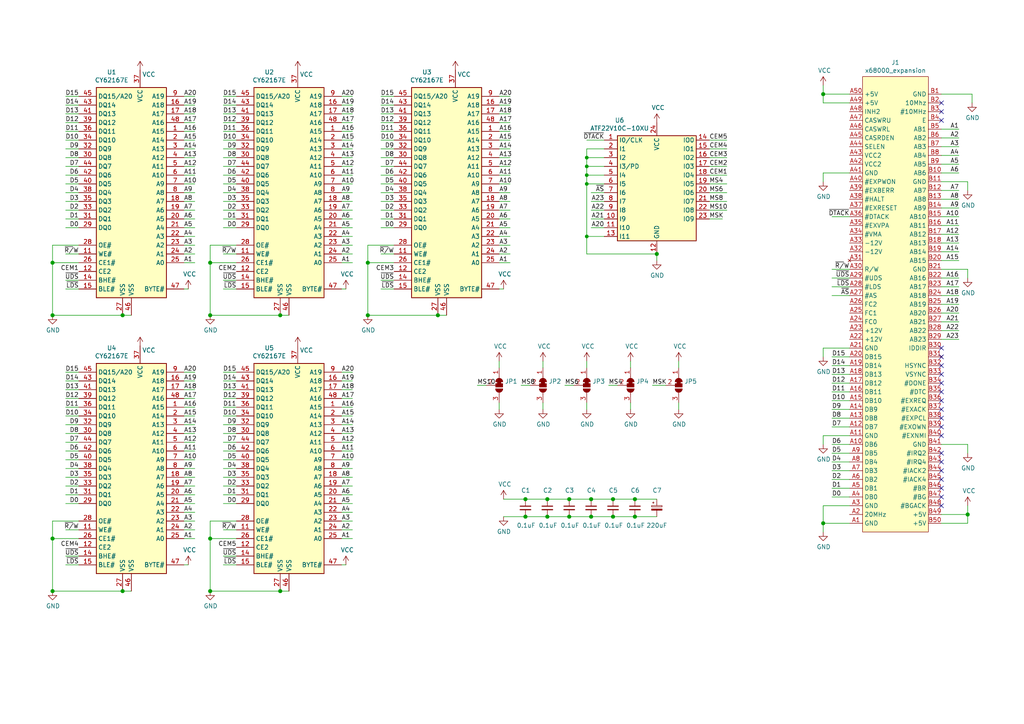
<source format=kicad_sch>
(kicad_sch (version 20210621) (generator eeschema)
  (paper "A4")
  (junction (at 15.24 76.2) (diameter 1.016))
  (junction (at 15.24 91.44) (diameter 1.016))
  (junction (at 15.24 156.21) (diameter 1.016))
  (junction (at 15.24 171.45) (diameter 1.016))
  (junction (at 35.56 91.44) (diameter 1.016))
  (junction (at 35.56 171.45) (diameter 1.016))
  (junction (at 60.96 76.2) (diameter 1.016))
  (junction (at 60.96 91.44) (diameter 1.016))
  (junction (at 60.96 156.21) (diameter 1.016))
  (junction (at 60.96 171.45) (diameter 1.016))
  (junction (at 81.28 91.44) (diameter 1.016))
  (junction (at 81.28 171.45) (diameter 1.016))
  (junction (at 106.68 76.2) (diameter 1.016))
  (junction (at 106.68 91.44) (diameter 1.016))
  (junction (at 127 91.44) (diameter 1.016))
  (junction (at 152.4 144.78) (diameter 1.016))
  (junction (at 152.4 149.86) (diameter 1.016))
  (junction (at 158.75 144.78) (diameter 1.016))
  (junction (at 158.75 149.86) (diameter 1.016))
  (junction (at 165.1 144.78) (diameter 1.016))
  (junction (at 165.1 149.86) (diameter 1.016))
  (junction (at 170.18 45.72))
  (junction (at 170.18 48.26))
  (junction (at 170.18 50.8))
  (junction (at 170.18 53.34))
  (junction (at 170.18 68.58))
  (junction (at 171.45 144.78) (diameter 1.016))
  (junction (at 171.45 149.86) (diameter 1.016))
  (junction (at 177.8 144.78) (diameter 1.016))
  (junction (at 177.8 149.86) (diameter 1.016))
  (junction (at 184.15 144.78) (diameter 1.016))
  (junction (at 184.15 149.86) (diameter 1.016))
  (junction (at 190.5 73.66) (diameter 1.016))
  (junction (at 238.76 27.305) (diameter 1.016))
  (junction (at 238.76 151.765) (diameter 1.016))
  (junction (at 280.67 149.225) (diameter 1.016))
  (no_connect (at 273.05 29.845))
  (no_connect (at 273.05 32.385))
  (no_connect (at 273.05 34.925))
  (no_connect (at 273.05 100.965))
  (no_connect (at 273.05 103.505))
  (no_connect (at 273.05 106.045))
  (no_connect (at 273.05 108.585))
  (no_connect (at 273.05 111.125))
  (no_connect (at 273.05 113.665))
  (no_connect (at 273.05 116.205))
  (no_connect (at 273.05 118.745))
  (no_connect (at 273.05 121.285))
  (no_connect (at 273.05 123.825))
  (no_connect (at 273.05 126.365))
  (no_connect (at 273.05 131.445))
  (no_connect (at 273.05 133.985))
  (no_connect (at 273.05 136.525))
  (no_connect (at 273.05 139.065))
  (no_connect (at 273.05 141.605))
  (no_connect (at 273.05 144.145))
  (no_connect (at 273.05 146.685))
  (wire (pts (xy 15.24 71.12) (xy 15.24 76.2)))
  (wire (pts (xy 15.24 76.2) (xy 15.24 91.44)))
  (wire (pts (xy 15.24 76.2) (xy 22.86 76.2)))
  (wire (pts (xy 15.24 91.44) (xy 35.56 91.44)))
  (wire (pts (xy 15.24 151.13) (xy 15.24 156.21)))
  (wire (pts (xy 15.24 156.21) (xy 15.24 171.45)))
  (wire (pts (xy 15.24 156.21) (xy 22.86 156.21)))
  (wire (pts (xy 15.24 171.45) (xy 35.56 171.45)))
  (wire (pts (xy 19.05 27.94) (xy 22.86 27.94)))
  (wire (pts (xy 19.05 30.48) (xy 22.86 30.48)))
  (wire (pts (xy 19.05 33.02) (xy 22.86 33.02)))
  (wire (pts (xy 19.05 35.56) (xy 22.86 35.56)))
  (wire (pts (xy 19.05 38.1) (xy 22.86 38.1)))
  (wire (pts (xy 19.05 40.64) (xy 22.86 40.64)))
  (wire (pts (xy 19.05 43.18) (xy 22.86 43.18)))
  (wire (pts (xy 19.05 45.72) (xy 22.86 45.72)))
  (wire (pts (xy 19.05 48.26) (xy 22.86 48.26)))
  (wire (pts (xy 19.05 50.8) (xy 22.86 50.8)))
  (wire (pts (xy 19.05 53.34) (xy 22.86 53.34)))
  (wire (pts (xy 19.05 55.88) (xy 22.86 55.88)))
  (wire (pts (xy 19.05 58.42) (xy 22.86 58.42)))
  (wire (pts (xy 19.05 60.96) (xy 22.86 60.96)))
  (wire (pts (xy 19.05 63.5) (xy 22.86 63.5)))
  (wire (pts (xy 19.05 66.04) (xy 22.86 66.04)))
  (wire (pts (xy 19.05 73.66) (xy 22.86 73.66)))
  (wire (pts (xy 19.05 81.28) (xy 22.86 81.28)))
  (wire (pts (xy 19.05 83.82) (xy 22.86 83.82)))
  (wire (pts (xy 19.05 107.95) (xy 22.86 107.95)))
  (wire (pts (xy 19.05 110.49) (xy 22.86 110.49)))
  (wire (pts (xy 19.05 113.03) (xy 22.86 113.03)))
  (wire (pts (xy 19.05 115.57) (xy 22.86 115.57)))
  (wire (pts (xy 19.05 118.11) (xy 22.86 118.11)))
  (wire (pts (xy 19.05 120.65) (xy 22.86 120.65)))
  (wire (pts (xy 19.05 123.19) (xy 22.86 123.19)))
  (wire (pts (xy 19.05 125.73) (xy 22.86 125.73)))
  (wire (pts (xy 19.05 128.27) (xy 22.86 128.27)))
  (wire (pts (xy 19.05 130.81) (xy 22.86 130.81)))
  (wire (pts (xy 19.05 133.35) (xy 22.86 133.35)))
  (wire (pts (xy 19.05 135.89) (xy 22.86 135.89)))
  (wire (pts (xy 19.05 138.43) (xy 22.86 138.43)))
  (wire (pts (xy 19.05 140.97) (xy 22.86 140.97)))
  (wire (pts (xy 19.05 143.51) (xy 22.86 143.51)))
  (wire (pts (xy 19.05 146.05) (xy 22.86 146.05)))
  (wire (pts (xy 19.05 153.67) (xy 22.86 153.67)))
  (wire (pts (xy 19.05 161.29) (xy 22.86 161.29)))
  (wire (pts (xy 19.05 163.83) (xy 22.86 163.83)))
  (wire (pts (xy 22.86 71.12) (xy 15.24 71.12)))
  (wire (pts (xy 22.86 151.13) (xy 15.24 151.13)))
  (wire (pts (xy 35.56 91.44) (xy 38.1 91.44)))
  (wire (pts (xy 35.56 171.45) (xy 38.1 171.45)))
  (wire (pts (xy 53.34 27.94) (xy 56.515 27.94)))
  (wire (pts (xy 53.34 30.48) (xy 56.515 30.48)))
  (wire (pts (xy 53.34 33.02) (xy 56.515 33.02)))
  (wire (pts (xy 53.34 35.56) (xy 56.515 35.56)))
  (wire (pts (xy 53.34 38.1) (xy 56.515 38.1)))
  (wire (pts (xy 53.34 40.64) (xy 56.515 40.64)))
  (wire (pts (xy 53.34 43.18) (xy 56.515 43.18)))
  (wire (pts (xy 53.34 45.72) (xy 56.515 45.72)))
  (wire (pts (xy 53.34 48.26) (xy 56.515 48.26)))
  (wire (pts (xy 53.34 50.8) (xy 56.515 50.8)))
  (wire (pts (xy 53.34 53.34) (xy 56.515 53.34)))
  (wire (pts (xy 53.34 55.88) (xy 56.515 55.88)))
  (wire (pts (xy 53.34 58.42) (xy 56.515 58.42)))
  (wire (pts (xy 53.34 60.96) (xy 56.515 60.96)))
  (wire (pts (xy 53.34 63.5) (xy 56.515 63.5)))
  (wire (pts (xy 53.34 66.04) (xy 56.515 66.04)))
  (wire (pts (xy 53.34 68.58) (xy 56.515 68.58)))
  (wire (pts (xy 53.34 71.12) (xy 56.515 71.12)))
  (wire (pts (xy 53.34 73.66) (xy 56.515 73.66)))
  (wire (pts (xy 53.34 76.2) (xy 56.515 76.2)))
  (wire (pts (xy 53.34 83.82) (xy 54.61 83.82)))
  (wire (pts (xy 53.34 107.95) (xy 56.515 107.95)))
  (wire (pts (xy 53.34 110.49) (xy 56.515 110.49)))
  (wire (pts (xy 53.34 113.03) (xy 56.515 113.03)))
  (wire (pts (xy 53.34 115.57) (xy 56.515 115.57)))
  (wire (pts (xy 53.34 118.11) (xy 56.515 118.11)))
  (wire (pts (xy 53.34 120.65) (xy 56.515 120.65)))
  (wire (pts (xy 53.34 123.19) (xy 56.515 123.19)))
  (wire (pts (xy 53.34 125.73) (xy 56.515 125.73)))
  (wire (pts (xy 53.34 128.27) (xy 56.515 128.27)))
  (wire (pts (xy 53.34 130.81) (xy 56.515 130.81)))
  (wire (pts (xy 53.34 133.35) (xy 56.515 133.35)))
  (wire (pts (xy 53.34 135.89) (xy 56.515 135.89)))
  (wire (pts (xy 53.34 138.43) (xy 56.515 138.43)))
  (wire (pts (xy 53.34 140.97) (xy 56.515 140.97)))
  (wire (pts (xy 53.34 143.51) (xy 56.515 143.51)))
  (wire (pts (xy 53.34 146.05) (xy 56.515 146.05)))
  (wire (pts (xy 53.34 148.59) (xy 56.515 148.59)))
  (wire (pts (xy 53.34 151.13) (xy 56.515 151.13)))
  (wire (pts (xy 53.34 153.67) (xy 56.515 153.67)))
  (wire (pts (xy 53.34 156.21) (xy 56.515 156.21)))
  (wire (pts (xy 53.34 163.83) (xy 54.61 163.83)))
  (wire (pts (xy 60.96 71.12) (xy 60.96 76.2)))
  (wire (pts (xy 60.96 76.2) (xy 60.96 91.44)))
  (wire (pts (xy 60.96 76.2) (xy 68.58 76.2)))
  (wire (pts (xy 60.96 91.44) (xy 81.28 91.44)))
  (wire (pts (xy 60.96 151.13) (xy 60.96 156.21)))
  (wire (pts (xy 60.96 156.21) (xy 60.96 171.45)))
  (wire (pts (xy 60.96 156.21) (xy 68.58 156.21)))
  (wire (pts (xy 60.96 171.45) (xy 81.28 171.45)))
  (wire (pts (xy 64.77 27.94) (xy 68.58 27.94)))
  (wire (pts (xy 64.77 30.48) (xy 68.58 30.48)))
  (wire (pts (xy 64.77 33.02) (xy 68.58 33.02)))
  (wire (pts (xy 64.77 35.56) (xy 68.58 35.56)))
  (wire (pts (xy 64.77 38.1) (xy 68.58 38.1)))
  (wire (pts (xy 64.77 40.64) (xy 68.58 40.64)))
  (wire (pts (xy 64.77 43.18) (xy 68.58 43.18)))
  (wire (pts (xy 64.77 45.72) (xy 68.58 45.72)))
  (wire (pts (xy 64.77 48.26) (xy 68.58 48.26)))
  (wire (pts (xy 64.77 50.8) (xy 68.58 50.8)))
  (wire (pts (xy 64.77 53.34) (xy 68.58 53.34)))
  (wire (pts (xy 64.77 55.88) (xy 68.58 55.88)))
  (wire (pts (xy 64.77 58.42) (xy 68.58 58.42)))
  (wire (pts (xy 64.77 60.96) (xy 68.58 60.96)))
  (wire (pts (xy 64.77 63.5) (xy 68.58 63.5)))
  (wire (pts (xy 64.77 66.04) (xy 68.58 66.04)))
  (wire (pts (xy 64.77 73.66) (xy 68.58 73.66)))
  (wire (pts (xy 64.77 81.28) (xy 68.58 81.28)))
  (wire (pts (xy 64.77 83.82) (xy 68.58 83.82)))
  (wire (pts (xy 64.77 107.95) (xy 68.58 107.95)))
  (wire (pts (xy 64.77 110.49) (xy 68.58 110.49)))
  (wire (pts (xy 64.77 113.03) (xy 68.58 113.03)))
  (wire (pts (xy 64.77 115.57) (xy 68.58 115.57)))
  (wire (pts (xy 64.77 118.11) (xy 68.58 118.11)))
  (wire (pts (xy 64.77 120.65) (xy 68.58 120.65)))
  (wire (pts (xy 64.77 123.19) (xy 68.58 123.19)))
  (wire (pts (xy 64.77 125.73) (xy 68.58 125.73)))
  (wire (pts (xy 64.77 128.27) (xy 68.58 128.27)))
  (wire (pts (xy 64.77 130.81) (xy 68.58 130.81)))
  (wire (pts (xy 64.77 133.35) (xy 68.58 133.35)))
  (wire (pts (xy 64.77 135.89) (xy 68.58 135.89)))
  (wire (pts (xy 64.77 138.43) (xy 68.58 138.43)))
  (wire (pts (xy 64.77 140.97) (xy 68.58 140.97)))
  (wire (pts (xy 64.77 143.51) (xy 68.58 143.51)))
  (wire (pts (xy 64.77 146.05) (xy 68.58 146.05)))
  (wire (pts (xy 64.77 153.67) (xy 68.58 153.67)))
  (wire (pts (xy 64.77 161.29) (xy 68.58 161.29)))
  (wire (pts (xy 64.77 163.83) (xy 68.58 163.83)))
  (wire (pts (xy 68.58 71.12) (xy 60.96 71.12)))
  (wire (pts (xy 68.58 151.13) (xy 60.96 151.13)))
  (wire (pts (xy 81.28 91.44) (xy 83.82 91.44)))
  (wire (pts (xy 81.28 171.45) (xy 83.82 171.45)))
  (wire (pts (xy 99.06 27.94) (xy 102.235 27.94)))
  (wire (pts (xy 99.06 30.48) (xy 102.235 30.48)))
  (wire (pts (xy 99.06 33.02) (xy 102.235 33.02)))
  (wire (pts (xy 99.06 35.56) (xy 102.235 35.56)))
  (wire (pts (xy 99.06 38.1) (xy 102.235 38.1)))
  (wire (pts (xy 99.06 40.64) (xy 102.235 40.64)))
  (wire (pts (xy 99.06 43.18) (xy 102.235 43.18)))
  (wire (pts (xy 99.06 45.72) (xy 102.235 45.72)))
  (wire (pts (xy 99.06 48.26) (xy 102.235 48.26)))
  (wire (pts (xy 99.06 50.8) (xy 102.235 50.8)))
  (wire (pts (xy 99.06 53.34) (xy 102.235 53.34)))
  (wire (pts (xy 99.06 55.88) (xy 102.235 55.88)))
  (wire (pts (xy 99.06 58.42) (xy 102.235 58.42)))
  (wire (pts (xy 99.06 60.96) (xy 102.235 60.96)))
  (wire (pts (xy 99.06 63.5) (xy 102.235 63.5)))
  (wire (pts (xy 99.06 66.04) (xy 102.235 66.04)))
  (wire (pts (xy 99.06 68.58) (xy 102.235 68.58)))
  (wire (pts (xy 99.06 71.12) (xy 102.235 71.12)))
  (wire (pts (xy 99.06 73.66) (xy 102.235 73.66)))
  (wire (pts (xy 99.06 76.2) (xy 102.235 76.2)))
  (wire (pts (xy 99.06 83.82) (xy 100.33 83.82)))
  (wire (pts (xy 99.06 107.95) (xy 102.235 107.95)))
  (wire (pts (xy 99.06 110.49) (xy 102.235 110.49)))
  (wire (pts (xy 99.06 113.03) (xy 102.235 113.03)))
  (wire (pts (xy 99.06 115.57) (xy 102.235 115.57)))
  (wire (pts (xy 99.06 118.11) (xy 102.235 118.11)))
  (wire (pts (xy 99.06 120.65) (xy 102.235 120.65)))
  (wire (pts (xy 99.06 123.19) (xy 102.235 123.19)))
  (wire (pts (xy 99.06 125.73) (xy 102.235 125.73)))
  (wire (pts (xy 99.06 128.27) (xy 102.235 128.27)))
  (wire (pts (xy 99.06 130.81) (xy 102.235 130.81)))
  (wire (pts (xy 99.06 133.35) (xy 102.235 133.35)))
  (wire (pts (xy 99.06 135.89) (xy 102.235 135.89)))
  (wire (pts (xy 99.06 138.43) (xy 102.235 138.43)))
  (wire (pts (xy 99.06 140.97) (xy 102.235 140.97)))
  (wire (pts (xy 99.06 143.51) (xy 102.235 143.51)))
  (wire (pts (xy 99.06 146.05) (xy 102.235 146.05)))
  (wire (pts (xy 99.06 148.59) (xy 102.235 148.59)))
  (wire (pts (xy 99.06 151.13) (xy 102.235 151.13)))
  (wire (pts (xy 99.06 153.67) (xy 102.235 153.67)))
  (wire (pts (xy 99.06 156.21) (xy 102.235 156.21)))
  (wire (pts (xy 99.06 163.83) (xy 100.33 163.83)))
  (wire (pts (xy 106.68 71.12) (xy 106.68 76.2)))
  (wire (pts (xy 106.68 76.2) (xy 106.68 91.44)))
  (wire (pts (xy 106.68 76.2) (xy 114.3 76.2)))
  (wire (pts (xy 106.68 91.44) (xy 127 91.44)))
  (wire (pts (xy 110.49 27.94) (xy 114.3 27.94)))
  (wire (pts (xy 110.49 30.48) (xy 114.3 30.48)))
  (wire (pts (xy 110.49 33.02) (xy 114.3 33.02)))
  (wire (pts (xy 110.49 35.56) (xy 114.3 35.56)))
  (wire (pts (xy 110.49 38.1) (xy 114.3 38.1)))
  (wire (pts (xy 110.49 40.64) (xy 114.3 40.64)))
  (wire (pts (xy 110.49 43.18) (xy 114.3 43.18)))
  (wire (pts (xy 110.49 45.72) (xy 114.3 45.72)))
  (wire (pts (xy 110.49 48.26) (xy 114.3 48.26)))
  (wire (pts (xy 110.49 50.8) (xy 114.3 50.8)))
  (wire (pts (xy 110.49 53.34) (xy 114.3 53.34)))
  (wire (pts (xy 110.49 55.88) (xy 114.3 55.88)))
  (wire (pts (xy 110.49 58.42) (xy 114.3 58.42)))
  (wire (pts (xy 110.49 60.96) (xy 114.3 60.96)))
  (wire (pts (xy 110.49 63.5) (xy 114.3 63.5)))
  (wire (pts (xy 110.49 66.04) (xy 114.3 66.04)))
  (wire (pts (xy 110.49 73.66) (xy 114.3 73.66)))
  (wire (pts (xy 110.49 81.28) (xy 114.3 81.28)))
  (wire (pts (xy 110.49 83.82) (xy 114.3 83.82)))
  (wire (pts (xy 114.3 71.12) (xy 106.68 71.12)))
  (wire (pts (xy 127 91.44) (xy 129.54 91.44)))
  (wire (pts (xy 138.43 111.76) (xy 140.97 111.76)))
  (wire (pts (xy 144.78 27.94) (xy 147.955 27.94)))
  (wire (pts (xy 144.78 30.48) (xy 147.955 30.48)))
  (wire (pts (xy 144.78 33.02) (xy 147.955 33.02)))
  (wire (pts (xy 144.78 35.56) (xy 147.955 35.56)))
  (wire (pts (xy 144.78 38.1) (xy 147.955 38.1)))
  (wire (pts (xy 144.78 40.64) (xy 147.955 40.64)))
  (wire (pts (xy 144.78 43.18) (xy 147.955 43.18)))
  (wire (pts (xy 144.78 45.72) (xy 147.955 45.72)))
  (wire (pts (xy 144.78 48.26) (xy 147.955 48.26)))
  (wire (pts (xy 144.78 50.8) (xy 147.955 50.8)))
  (wire (pts (xy 144.78 53.34) (xy 147.955 53.34)))
  (wire (pts (xy 144.78 55.88) (xy 147.955 55.88)))
  (wire (pts (xy 144.78 58.42) (xy 147.955 58.42)))
  (wire (pts (xy 144.78 60.96) (xy 147.955 60.96)))
  (wire (pts (xy 144.78 63.5) (xy 147.955 63.5)))
  (wire (pts (xy 144.78 66.04) (xy 147.955 66.04)))
  (wire (pts (xy 144.78 68.58) (xy 147.955 68.58)))
  (wire (pts (xy 144.78 71.12) (xy 147.955 71.12)))
  (wire (pts (xy 144.78 73.66) (xy 147.955 73.66)))
  (wire (pts (xy 144.78 76.2) (xy 147.955 76.2)))
  (wire (pts (xy 144.78 83.82) (xy 146.05 83.82)))
  (wire (pts (xy 144.78 104.775) (xy 144.78 106.68)))
  (wire (pts (xy 144.78 116.84) (xy 144.78 118.745)))
  (wire (pts (xy 146.05 144.78) (xy 152.4 144.78)))
  (wire (pts (xy 146.05 149.86) (xy 152.4 149.86)))
  (wire (pts (xy 151.13 111.76) (xy 153.67 111.76)))
  (wire (pts (xy 152.4 144.78) (xy 158.75 144.78)))
  (wire (pts (xy 152.4 149.86) (xy 158.75 149.86)))
  (wire (pts (xy 157.48 104.775) (xy 157.48 106.68)))
  (wire (pts (xy 157.48 116.84) (xy 157.48 118.745)))
  (wire (pts (xy 158.75 144.78) (xy 165.1 144.78)))
  (wire (pts (xy 158.75 149.86) (xy 165.1 149.86)))
  (wire (pts (xy 163.83 111.76) (xy 166.37 111.76)))
  (wire (pts (xy 165.1 144.78) (xy 171.45 144.78)))
  (wire (pts (xy 165.1 149.86) (xy 171.45 149.86)))
  (wire (pts (xy 170.18 40.64) (xy 175.26 40.64)))
  (wire (pts (xy 170.18 43.18) (xy 170.18 45.72)))
  (wire (pts (xy 170.18 43.18) (xy 175.26 43.18)))
  (wire (pts (xy 170.18 45.72) (xy 175.26 45.72)))
  (wire (pts (xy 170.18 48.26) (xy 170.18 45.72)))
  (wire (pts (xy 170.18 48.26) (xy 175.26 48.26)))
  (wire (pts (xy 170.18 50.8) (xy 170.18 48.26)))
  (wire (pts (xy 170.18 50.8) (xy 175.26 50.8)))
  (wire (pts (xy 170.18 53.34) (xy 170.18 50.8)))
  (wire (pts (xy 170.18 53.34) (xy 170.18 68.58)))
  (wire (pts (xy 170.18 53.34) (xy 175.26 53.34)))
  (wire (pts (xy 170.18 68.58) (xy 170.18 73.66)))
  (wire (pts (xy 170.18 68.58) (xy 175.26 68.58)))
  (wire (pts (xy 170.18 73.66) (xy 190.5 73.66)))
  (wire (pts (xy 170.18 104.775) (xy 170.18 106.68)))
  (wire (pts (xy 170.18 116.84) (xy 170.18 118.745)))
  (wire (pts (xy 171.45 55.88) (xy 175.26 55.88)))
  (wire (pts (xy 171.45 58.42) (xy 175.26 58.42)))
  (wire (pts (xy 171.45 60.96) (xy 175.26 60.96)))
  (wire (pts (xy 171.45 63.5) (xy 175.26 63.5)))
  (wire (pts (xy 171.45 66.04) (xy 175.26 66.04)))
  (wire (pts (xy 171.45 144.78) (xy 177.8 144.78)))
  (wire (pts (xy 171.45 149.86) (xy 177.8 149.86)))
  (wire (pts (xy 176.53 111.76) (xy 179.07 111.76)))
  (wire (pts (xy 177.8 144.78) (xy 184.15 144.78)))
  (wire (pts (xy 177.8 149.86) (xy 184.15 149.86)))
  (wire (pts (xy 182.88 104.775) (xy 182.88 106.68)))
  (wire (pts (xy 182.88 116.84) (xy 182.88 118.745)))
  (wire (pts (xy 184.15 144.78) (xy 190.5 144.78)))
  (wire (pts (xy 184.15 149.86) (xy 190.5 149.86)))
  (wire (pts (xy 189.23 111.76) (xy 193.04 111.76)))
  (wire (pts (xy 190.5 73.66) (xy 190.5 75.565)))
  (wire (pts (xy 196.85 104.775) (xy 196.85 106.68)))
  (wire (pts (xy 196.85 116.84) (xy 196.85 118.745)))
  (wire (pts (xy 205.74 40.64) (xy 210.82 40.64)))
  (wire (pts (xy 205.74 43.18) (xy 210.82 43.18)))
  (wire (pts (xy 205.74 45.72) (xy 210.82 45.72)))
  (wire (pts (xy 205.74 48.26) (xy 210.82 48.26)))
  (wire (pts (xy 205.74 50.8) (xy 210.82 50.8)))
  (wire (pts (xy 205.74 53.34) (xy 210.82 53.34)))
  (wire (pts (xy 205.74 55.88) (xy 210.82 55.88)))
  (wire (pts (xy 205.74 58.42) (xy 210.82 58.42)))
  (wire (pts (xy 205.74 60.96) (xy 210.82 60.96)))
  (wire (pts (xy 205.74 63.5) (xy 209.55 63.5)))
  (wire (pts (xy 238.76 24.765) (xy 238.76 27.305)))
  (wire (pts (xy 238.76 27.305) (xy 238.76 29.845)))
  (wire (pts (xy 238.76 27.305) (xy 246.38 27.305)))
  (wire (pts (xy 238.76 29.845) (xy 246.38 29.845)))
  (wire (pts (xy 238.76 50.165) (xy 238.76 52.705)))
  (wire (pts (xy 238.76 100.965) (xy 238.76 103.505)))
  (wire (pts (xy 238.76 126.365) (xy 238.76 128.905)))
  (wire (pts (xy 238.76 126.365) (xy 246.38 126.365)))
  (wire (pts (xy 238.76 146.685) (xy 238.76 151.765)))
  (wire (pts (xy 238.76 151.765) (xy 238.76 154.305)))
  (wire (pts (xy 238.76 151.765) (xy 246.38 151.765)))
  (wire (pts (xy 241.3 62.865) (xy 246.38 62.865)))
  (wire (pts (xy 241.3 78.105) (xy 246.38 78.105)))
  (wire (pts (xy 241.3 80.645) (xy 246.38 80.645)))
  (wire (pts (xy 241.3 83.185) (xy 246.38 83.185)))
  (wire (pts (xy 241.3 85.725) (xy 246.38 85.725)))
  (wire (pts (xy 241.3 103.505) (xy 246.38 103.505)))
  (wire (pts (xy 241.3 106.045) (xy 246.38 106.045)))
  (wire (pts (xy 241.3 108.585) (xy 246.38 108.585)))
  (wire (pts (xy 241.3 111.125) (xy 246.38 111.125)))
  (wire (pts (xy 241.3 113.665) (xy 246.38 113.665)))
  (wire (pts (xy 241.3 116.205) (xy 246.38 116.205)))
  (wire (pts (xy 241.3 118.745) (xy 246.38 118.745)))
  (wire (pts (xy 241.3 121.285) (xy 246.38 121.285)))
  (wire (pts (xy 241.3 123.825) (xy 246.38 123.825)))
  (wire (pts (xy 241.3 128.905) (xy 246.38 128.905)))
  (wire (pts (xy 241.3 131.445) (xy 246.38 131.445)))
  (wire (pts (xy 241.3 133.985) (xy 246.38 133.985)))
  (wire (pts (xy 241.3 136.525) (xy 246.38 136.525)))
  (wire (pts (xy 241.3 139.065) (xy 246.38 139.065)))
  (wire (pts (xy 241.3 141.605) (xy 246.38 141.605)))
  (wire (pts (xy 241.3 144.145) (xy 246.38 144.145)))
  (wire (pts (xy 246.38 50.165) (xy 238.76 50.165)))
  (wire (pts (xy 246.38 100.965) (xy 238.76 100.965)))
  (wire (pts (xy 246.38 146.685) (xy 238.76 146.685)))
  (wire (pts (xy 273.05 27.305) (xy 281.94 27.305)))
  (wire (pts (xy 273.05 37.465) (xy 278.13 37.465)))
  (wire (pts (xy 273.05 40.005) (xy 278.13 40.005)))
  (wire (pts (xy 273.05 42.545) (xy 278.13 42.545)))
  (wire (pts (xy 273.05 45.085) (xy 278.13 45.085)))
  (wire (pts (xy 273.05 47.625) (xy 278.13 47.625)))
  (wire (pts (xy 273.05 50.165) (xy 278.13 50.165)))
  (wire (pts (xy 273.05 52.705) (xy 280.67 52.705)))
  (wire (pts (xy 273.05 55.245) (xy 278.13 55.245)))
  (wire (pts (xy 273.05 57.785) (xy 278.13 57.785)))
  (wire (pts (xy 273.05 60.325) (xy 278.13 60.325)))
  (wire (pts (xy 273.05 62.865) (xy 278.13 62.865)))
  (wire (pts (xy 273.05 65.405) (xy 278.13 65.405)))
  (wire (pts (xy 273.05 67.945) (xy 278.13 67.945)))
  (wire (pts (xy 273.05 70.485) (xy 278.13 70.485)))
  (wire (pts (xy 273.05 73.025) (xy 278.13 73.025)))
  (wire (pts (xy 273.05 75.565) (xy 278.13 75.565)))
  (wire (pts (xy 273.05 78.105) (xy 280.67 78.105)))
  (wire (pts (xy 273.05 80.645) (xy 278.13 80.645)))
  (wire (pts (xy 273.05 83.185) (xy 278.13 83.185)))
  (wire (pts (xy 273.05 85.725) (xy 278.13 85.725)))
  (wire (pts (xy 273.05 88.265) (xy 278.13 88.265)))
  (wire (pts (xy 273.05 90.805) (xy 278.13 90.805)))
  (wire (pts (xy 273.05 93.345) (xy 278.13 93.345)))
  (wire (pts (xy 273.05 95.885) (xy 278.13 95.885)))
  (wire (pts (xy 273.05 98.425) (xy 278.13 98.425)))
  (wire (pts (xy 273.05 128.905) (xy 280.67 128.905)))
  (wire (pts (xy 273.05 149.225) (xy 280.67 149.225)))
  (wire (pts (xy 273.05 151.765) (xy 280.67 151.765)))
  (wire (pts (xy 280.67 52.705) (xy 280.67 55.245)))
  (wire (pts (xy 280.67 78.105) (xy 280.67 80.645)))
  (wire (pts (xy 280.67 128.905) (xy 280.67 131.445)))
  (wire (pts (xy 280.67 149.225) (xy 280.67 146.685)))
  (wire (pts (xy 280.67 151.765) (xy 280.67 149.225)))
  (wire (pts (xy 281.94 27.305) (xy 281.94 29.845)))
  (label "D15" (at 22.86 27.94 180))
  (label "D14" (at 22.86 30.48 180))
  (label "D13" (at 22.86 33.02 180))
  (label "D12" (at 22.86 35.56 180))
  (label "D11" (at 22.86 38.1 180))
  (label "D10" (at 22.86 40.64 180))
  (label "D9" (at 22.86 43.18 180))
  (label "D8" (at 22.86 45.72 180))
  (label "D7" (at 22.86 48.26 180))
  (label "D6" (at 22.86 50.8 180))
  (label "D5" (at 22.86 53.34 180))
  (label "D4" (at 22.86 55.88 180))
  (label "D3" (at 22.86 58.42 180))
  (label "D2" (at 22.86 60.96 180))
  (label "D1" (at 22.86 63.5 180))
  (label "D0" (at 22.86 66.04 180))
  (label "~{R{slash}}W" (at 22.86 73.66 180))
  (label "CEM1" (at 22.86 78.74 180))
  (label "~{UDS}" (at 22.86 81.28 180))
  (label "~{LDS}" (at 22.86 83.82 180))
  (label "D15" (at 22.86 107.95 180))
  (label "D14" (at 22.86 110.49 180))
  (label "D13" (at 22.86 113.03 180))
  (label "D12" (at 22.86 115.57 180))
  (label "D11" (at 22.86 118.11 180))
  (label "D10" (at 22.86 120.65 180))
  (label "D9" (at 22.86 123.19 180))
  (label "D8" (at 22.86 125.73 180))
  (label "D7" (at 22.86 128.27 180))
  (label "D6" (at 22.86 130.81 180))
  (label "D5" (at 22.86 133.35 180))
  (label "D4" (at 22.86 135.89 180))
  (label "D3" (at 22.86 138.43 180))
  (label "D2" (at 22.86 140.97 180))
  (label "D1" (at 22.86 143.51 180))
  (label "D0" (at 22.86 146.05 180))
  (label "~{R{slash}}W" (at 22.86 153.67 180))
  (label "CEM4" (at 22.86 158.75 180))
  (label "~{UDS}" (at 22.86 161.29 180))
  (label "~{LDS}" (at 22.86 163.83 180))
  (label "A20" (at 53.34 27.94 0))
  (label "A19" (at 53.34 30.48 0))
  (label "A18" (at 53.34 33.02 0))
  (label "A17" (at 53.34 35.56 0))
  (label "A16" (at 53.34 38.1 0))
  (label "A15" (at 53.34 40.64 0))
  (label "A14" (at 53.34 43.18 0))
  (label "A13" (at 53.34 45.72 0))
  (label "A12" (at 53.34 48.26 0))
  (label "A11" (at 53.34 50.8 0))
  (label "A10" (at 53.34 53.34 0))
  (label "A9" (at 53.34 55.88 0))
  (label "A8" (at 53.34 58.42 0))
  (label "A7" (at 53.34 60.96 0))
  (label "A6" (at 53.34 63.5 0))
  (label "A5" (at 53.34 66.04 0))
  (label "A4" (at 53.34 68.58 0))
  (label "A3" (at 53.34 71.12 0))
  (label "A2" (at 53.34 73.66 0))
  (label "A1" (at 53.34 76.2 0))
  (label "A20" (at 53.34 107.95 0))
  (label "A19" (at 53.34 110.49 0))
  (label "A18" (at 53.34 113.03 0))
  (label "A17" (at 53.34 115.57 0))
  (label "A16" (at 53.34 118.11 0))
  (label "A15" (at 53.34 120.65 0))
  (label "A14" (at 53.34 123.19 0))
  (label "A13" (at 53.34 125.73 0))
  (label "A12" (at 53.34 128.27 0))
  (label "A11" (at 53.34 130.81 0))
  (label "A10" (at 53.34 133.35 0))
  (label "A9" (at 53.34 135.89 0))
  (label "A8" (at 53.34 138.43 0))
  (label "A7" (at 53.34 140.97 0))
  (label "A6" (at 53.34 143.51 0))
  (label "A5" (at 53.34 146.05 0))
  (label "A4" (at 53.34 148.59 0))
  (label "A3" (at 53.34 151.13 0))
  (label "A2" (at 53.34 153.67 0))
  (label "A1" (at 53.34 156.21 0))
  (label "D15" (at 68.58 27.94 180))
  (label "D14" (at 68.58 30.48 180))
  (label "D13" (at 68.58 33.02 180))
  (label "D12" (at 68.58 35.56 180))
  (label "D11" (at 68.58 38.1 180))
  (label "D10" (at 68.58 40.64 180))
  (label "D9" (at 68.58 43.18 180))
  (label "D8" (at 68.58 45.72 180))
  (label "D7" (at 68.58 48.26 180))
  (label "D6" (at 68.58 50.8 180))
  (label "D5" (at 68.58 53.34 180))
  (label "D4" (at 68.58 55.88 180))
  (label "D3" (at 68.58 58.42 180))
  (label "D2" (at 68.58 60.96 180))
  (label "D1" (at 68.58 63.5 180))
  (label "D0" (at 68.58 66.04 180))
  (label "~{R{slash}}W" (at 68.58 73.66 180))
  (label "CEM2" (at 68.58 78.74 180))
  (label "~{UDS}" (at 68.58 81.28 180))
  (label "~{LDS}" (at 68.58 83.82 180))
  (label "D15" (at 68.58 107.95 180))
  (label "D14" (at 68.58 110.49 180))
  (label "D13" (at 68.58 113.03 180))
  (label "D12" (at 68.58 115.57 180))
  (label "D11" (at 68.58 118.11 180))
  (label "D10" (at 68.58 120.65 180))
  (label "D9" (at 68.58 123.19 180))
  (label "D8" (at 68.58 125.73 180))
  (label "D7" (at 68.58 128.27 180))
  (label "D6" (at 68.58 130.81 180))
  (label "D5" (at 68.58 133.35 180))
  (label "D4" (at 68.58 135.89 180))
  (label "D3" (at 68.58 138.43 180))
  (label "D2" (at 68.58 140.97 180))
  (label "D1" (at 68.58 143.51 180))
  (label "D0" (at 68.58 146.05 180))
  (label "~{R{slash}}W" (at 68.58 153.67 180))
  (label "CEM5" (at 68.58 158.75 180))
  (label "~{UDS}" (at 68.58 161.29 180))
  (label "~{LDS}" (at 68.58 163.83 180))
  (label "A20" (at 99.06 27.94 0))
  (label "A19" (at 99.06 30.48 0))
  (label "A18" (at 99.06 33.02 0))
  (label "A17" (at 99.06 35.56 0))
  (label "A16" (at 99.06 38.1 0))
  (label "A15" (at 99.06 40.64 0))
  (label "A14" (at 99.06 43.18 0))
  (label "A13" (at 99.06 45.72 0))
  (label "A12" (at 99.06 48.26 0))
  (label "A11" (at 99.06 50.8 0))
  (label "A10" (at 99.06 53.34 0))
  (label "A9" (at 99.06 55.88 0))
  (label "A8" (at 99.06 58.42 0))
  (label "A7" (at 99.06 60.96 0))
  (label "A6" (at 99.06 63.5 0))
  (label "A5" (at 99.06 66.04 0))
  (label "A4" (at 99.06 68.58 0))
  (label "A3" (at 99.06 71.12 0))
  (label "A2" (at 99.06 73.66 0))
  (label "A1" (at 99.06 76.2 0))
  (label "A20" (at 99.06 107.95 0))
  (label "A19" (at 99.06 110.49 0))
  (label "A18" (at 99.06 113.03 0))
  (label "A17" (at 99.06 115.57 0))
  (label "A16" (at 99.06 118.11 0))
  (label "A15" (at 99.06 120.65 0))
  (label "A14" (at 99.06 123.19 0))
  (label "A13" (at 99.06 125.73 0))
  (label "A12" (at 99.06 128.27 0))
  (label "A11" (at 99.06 130.81 0))
  (label "A10" (at 99.06 133.35 0))
  (label "A9" (at 99.06 135.89 0))
  (label "A8" (at 99.06 138.43 0))
  (label "A7" (at 99.06 140.97 0))
  (label "A6" (at 99.06 143.51 0))
  (label "A5" (at 99.06 146.05 0))
  (label "A4" (at 99.06 148.59 0))
  (label "A3" (at 99.06 151.13 0))
  (label "A2" (at 99.06 153.67 0))
  (label "A1" (at 99.06 156.21 0))
  (label "D15" (at 114.3 27.94 180))
  (label "D14" (at 114.3 30.48 180))
  (label "D13" (at 114.3 33.02 180))
  (label "D12" (at 114.3 35.56 180))
  (label "D11" (at 114.3 38.1 180))
  (label "D10" (at 114.3 40.64 180))
  (label "D9" (at 114.3 43.18 180))
  (label "D8" (at 114.3 45.72 180))
  (label "D7" (at 114.3 48.26 180))
  (label "D6" (at 114.3 50.8 180))
  (label "D5" (at 114.3 53.34 180))
  (label "D4" (at 114.3 55.88 180))
  (label "D3" (at 114.3 58.42 180))
  (label "D2" (at 114.3 60.96 180))
  (label "D1" (at 114.3 63.5 180))
  (label "D0" (at 114.3 66.04 180))
  (label "~{R{slash}}W" (at 114.3 73.66 180))
  (label "CEM3" (at 114.3 78.74 180))
  (label "~{UDS}" (at 114.3 81.28 180))
  (label "~{LDS}" (at 114.3 83.82 180))
  (label "MS10" (at 138.43 111.76 0))
  (label "A20" (at 144.78 27.94 0))
  (label "A19" (at 144.78 30.48 0))
  (label "A18" (at 144.78 33.02 0))
  (label "A17" (at 144.78 35.56 0))
  (label "A16" (at 144.78 38.1 0))
  (label "A15" (at 144.78 40.64 0))
  (label "A14" (at 144.78 43.18 0))
  (label "A13" (at 144.78 45.72 0))
  (label "A12" (at 144.78 48.26 0))
  (label "A11" (at 144.78 50.8 0))
  (label "A10" (at 144.78 53.34 0))
  (label "A9" (at 144.78 55.88 0))
  (label "A8" (at 144.78 58.42 0))
  (label "A7" (at 144.78 60.96 0))
  (label "A6" (at 144.78 63.5 0))
  (label "A5" (at 144.78 66.04 0))
  (label "A4" (at 144.78 68.58 0))
  (label "A3" (at 144.78 71.12 0))
  (label "A2" (at 144.78 73.66 0))
  (label "A1" (at 144.78 76.2 0))
  (label "MS8" (at 151.13 111.76 0))
  (label "MS6" (at 163.83 111.76 0))
  (label "~{DTACK}" (at 175.26 40.64 180))
  (label "~{AS}" (at 175.26 55.88 180))
  (label "A23" (at 175.26 58.42 180))
  (label "A22" (at 175.26 60.96 180))
  (label "A21" (at 175.26 63.5 180))
  (label "A20" (at 175.26 66.04 180))
  (label "MS4" (at 176.53 111.76 0))
  (label "MSK" (at 189.23 111.76 0))
  (label "CEM5" (at 205.74 40.64 0))
  (label "CEM4" (at 205.74 43.18 0))
  (label "CEM3" (at 205.74 45.72 0))
  (label "CEM2" (at 205.74 48.26 0))
  (label "CEM1" (at 205.74 50.8 0))
  (label "MS4" (at 205.74 53.34 0))
  (label "MS6" (at 205.74 55.88 0))
  (label "MS8" (at 205.74 58.42 0))
  (label "MS10" (at 205.74 60.96 0))
  (label "MSK" (at 205.74 63.5 0))
  (label "D15" (at 241.3 103.505 0))
  (label "D14" (at 241.3 106.045 0))
  (label "D13" (at 241.3 108.585 0))
  (label "D12" (at 241.3 111.125 0))
  (label "D11" (at 241.3 113.665 0))
  (label "D10" (at 241.3 116.205 0))
  (label "D9" (at 241.3 118.745 0))
  (label "D8" (at 241.3 121.285 0))
  (label "D7" (at 241.3 123.825 0))
  (label "D6" (at 241.3 128.905 0))
  (label "D5" (at 241.3 131.445 0))
  (label "D4" (at 241.3 133.985 0))
  (label "D3" (at 241.3 136.525 0))
  (label "D2" (at 241.3 139.065 0))
  (label "D1" (at 241.3 141.605 0))
  (label "D0" (at 241.3 144.145 0))
  (label "~{DTACK}" (at 246.38 62.865 180))
  (label "~{R{slash}}W" (at 246.38 78.105 180))
  (label "~{UDS}" (at 246.38 80.645 180))
  (label "~{LDS}" (at 246.38 83.185 180))
  (label "~{AS}" (at 246.38 85.725 180))
  (label "A1" (at 278.13 37.465 180))
  (label "A2" (at 278.13 40.005 180))
  (label "A3" (at 278.13 42.545 180))
  (label "A4" (at 278.13 45.085 180))
  (label "A5" (at 278.13 47.625 180))
  (label "A6" (at 278.13 50.165 180))
  (label "A7" (at 278.13 55.245 180))
  (label "A8" (at 278.13 57.785 180))
  (label "A9" (at 278.13 60.325 180))
  (label "A10" (at 278.13 62.865 180))
  (label "A11" (at 278.13 65.405 180))
  (label "A12" (at 278.13 67.945 180))
  (label "A13" (at 278.13 70.485 180))
  (label "A14" (at 278.13 73.025 180))
  (label "A15" (at 278.13 75.565 180))
  (label "A16" (at 278.13 80.645 180))
  (label "A17" (at 278.13 83.185 180))
  (label "A18" (at 278.13 85.725 180))
  (label "A19" (at 278.13 88.265 180))
  (label "A20" (at 278.13 90.805 180))
  (label "A21" (at 278.13 93.345 180))
  (label "A22" (at 278.13 95.885 180))
  (label "A23" (at 278.13 98.425 180))
  (symbol (lib_id "power:VCC") (at 40.64 20.32 0) (unit 1)
    (property "Reference" "#PWR03" (effects hide))
    (property "Value" "VCC" (at 43.18 21.59 0))
  )
  (symbol (lib_id "power:VCC") (at 40.64 100.33 0) (unit 1)
    (property "Reference" "#PWR04" (effects hide))
    (property "Value" "VCC" (at 43.18 101.6 0))
  )
  (symbol (lib_id "power:VCC") (at 54.61 83.82 0) (unit 1)
    (property "Reference" "#PWR05" (effects hide))
    (property "Value" "VCC" (at 54.991 79.502 0))
  )
  (symbol (lib_id "power:VCC") (at 54.61 163.83 0) (unit 1)
    (property "Reference" "#PWR06" (effects hide))
    (property "Value" "VCC" (at 54.991 159.512 0))
  )
  (symbol (lib_id "power:VCC") (at 86.36 20.32 0) (unit 1)
    (property "Reference" "#PWR09" (effects hide))
    (property "Value" "VCC" (at 88.9 21.59 0))
  )
  (symbol (lib_id "power:VCC") (at 86.36 100.33 0) (unit 1)
    (property "Reference" "#PWR010" (effects hide))
    (property "Value" "VCC" (at 88.9 101.6 0))
  )
  (symbol (lib_id "power:VCC") (at 100.33 83.82 0) (unit 1)
    (property "Reference" "#PWR011" (effects hide))
    (property "Value" "VCC" (at 100.711 79.502 0))
  )
  (symbol (lib_id "power:VCC") (at 100.33 163.83 0) (unit 1)
    (property "Reference" "#PWR012" (effects hide))
    (property "Value" "VCC" (at 100.711 159.512 0))
  )
  (symbol (lib_id "power:VCC") (at 132.08 20.32 0) (unit 1)
    (property "Reference" "#PWR014" (effects hide))
    (property "Value" "VCC" (at 134.62 21.59 0))
  )
  (symbol (lib_id "power:VCC") (at 144.78 104.775 0) (unit 1)
    (property "Reference" "#PWR017" (effects hide))
    (property "Value" "VCC" (at 145.1483 100.4506 0))
  )
  (symbol (lib_id "power:VCC") (at 146.05 83.82 0) (unit 1)
    (property "Reference" "#PWR019" (effects hide))
    (property "Value" "VCC" (at 146.431 79.502 0))
  )
  (symbol (lib_id "power:VCC") (at 146.05 144.78 0) (unit 1)
    (property "Reference" "#PWR015" (effects hide))
    (property "Value" "VCC" (at 146.4183 140.4556 0))
  )
  (symbol (lib_id "power:VCC") (at 157.48 104.775 0) (unit 1)
    (property "Reference" "#PWR020" (effects hide))
    (property "Value" "VCC" (at 157.8483 100.4506 0))
  )
  (symbol (lib_id "power:VCC") (at 170.18 104.775 0) (unit 1)
    (property "Reference" "#PWR023" (effects hide))
    (property "Value" "VCC" (at 170.5483 100.4506 0))
  )
  (symbol (lib_id "power:VCC") (at 182.88 104.775 0) (unit 1)
    (property "Reference" "#PWR025" (effects hide))
    (property "Value" "VCC" (at 183.2483 100.4506 0))
  )
  (symbol (lib_id "power:VCC") (at 190.5 35.56 0) (unit 1)
    (property "Reference" "#PWR027" (effects hide))
    (property "Value" "VCC" (at 190.8683 31.2356 0))
  )
  (symbol (lib_id "power:VCC") (at 196.85 104.775 0) (unit 1)
    (property "Reference" "#PWR0101" (effects hide))
    (property "Value" "VCC" (at 197.2183 100.4506 0))
  )
  (symbol (lib_id "power:VCC") (at 238.76 24.765 0) (unit 1)
    (property "Reference" "#PWR031" (effects hide))
    (property "Value" "VCC" (at 239.141 20.447 0))
  )
  (symbol (lib_id "power:VCC") (at 280.67 146.685 0) (unit 1)
    (property "Reference" "#PWR039" (effects hide))
    (property "Value" "VCC" (at 281.051 142.367 0))
  )
  (symbol (lib_id "power:GND") (at 15.24 91.44 0) (unit 1)
    (property "Reference" "#PWR01" (effects hide))
    (property "Value" "GND" (at 15.367 95.758 0))
  )
  (symbol (lib_id "power:GND") (at 15.24 171.45 0) (unit 1)
    (property "Reference" "#PWR02" (effects hide))
    (property "Value" "GND" (at 15.367 175.768 0))
  )
  (symbol (lib_id "power:GND") (at 60.96 91.44 0) (unit 1)
    (property "Reference" "#PWR07" (effects hide))
    (property "Value" "GND" (at 61.087 95.758 0))
  )
  (symbol (lib_id "power:GND") (at 60.96 171.45 0) (unit 1)
    (property "Reference" "#PWR08" (effects hide))
    (property "Value" "GND" (at 61.087 175.768 0))
  )
  (symbol (lib_id "power:GND") (at 106.68 91.44 0) (unit 1)
    (property "Reference" "#PWR013" (effects hide))
    (property "Value" "GND" (at 106.807 95.758 0))
  )
  (symbol (lib_id "power:GND") (at 144.78 118.745 0) (unit 1)
    (property "Reference" "#PWR018" (effects hide))
    (property "Value" "GND" (at 144.8943 123.0694 0))
  )
  (symbol (lib_id "power:GND") (at 146.05 149.86 0) (unit 1)
    (property "Reference" "#PWR016" (effects hide))
    (property "Value" "GND" (at 146.1643 154.1844 0))
  )
  (symbol (lib_id "power:GND") (at 157.48 118.745 0) (unit 1)
    (property "Reference" "#PWR021" (effects hide))
    (property "Value" "GND" (at 157.5943 123.0694 0))
  )
  (symbol (lib_id "power:GND") (at 170.18 118.745 0) (unit 1)
    (property "Reference" "#PWR024" (effects hide))
    (property "Value" "GND" (at 170.2943 123.0694 0))
  )
  (symbol (lib_id "power:GND") (at 182.88 118.745 0) (unit 1)
    (property "Reference" "#PWR026" (effects hide))
    (property "Value" "GND" (at 182.9943 123.0694 0))
  )
  (symbol (lib_id "power:GND") (at 190.5 75.565 0) (unit 1)
    (property "Reference" "#PWR028" (effects hide))
    (property "Value" "GND" (at 190.6143 79.8894 0))
  )
  (symbol (lib_id "power:GND") (at 196.85 118.745 0) (unit 1)
    (property "Reference" "#PWR0102" (effects hide))
    (property "Value" "GND" (at 196.9643 123.0694 0))
  )
  (symbol (lib_id "power:GND") (at 238.76 52.705 0) (unit 1)
    (property "Reference" "#PWR032" (effects hide))
    (property "Value" "GND" (at 238.887 57.023 0))
  )
  (symbol (lib_id "power:GND") (at 238.76 103.505 0) (unit 1)
    (property "Reference" "#PWR033" (effects hide))
    (property "Value" "GND" (at 238.887 107.823 0))
  )
  (symbol (lib_id "power:GND") (at 238.76 128.905 0) (unit 1)
    (property "Reference" "#PWR034" (effects hide))
    (property "Value" "GND" (at 238.887 133.223 0))
  )
  (symbol (lib_id "power:GND") (at 238.76 154.305 0) (unit 1)
    (property "Reference" "#PWR035" (effects hide))
    (property "Value" "GND" (at 238.887 158.623 0))
  )
  (symbol (lib_id "power:GND") (at 280.67 55.245 0) (unit 1)
    (property "Reference" "#PWR036" (effects hide))
    (property "Value" "GND" (at 280.797 59.563 0))
  )
  (symbol (lib_id "power:GND") (at 280.67 80.645 0) (unit 1)
    (property "Reference" "#PWR037" (effects hide))
    (property "Value" "GND" (at 280.797 84.963 0))
  )
  (symbol (lib_id "power:GND") (at 280.67 131.445 0) (unit 1)
    (property "Reference" "#PWR038" (effects hide))
    (property "Value" "GND" (at 280.797 135.763 0))
  )
  (symbol (lib_id "power:GND") (at 281.94 29.845 0) (unit 1)
    (property "Reference" "#PWR040" (effects hide))
    (property "Value" "GND" (at 282.067 34.163 0))
  )
  (symbol (lib_id "Device:CP_Small") (at 190.5 147.32 0) (unit 1)
    (property "Reference" "C7" (at 189.23 142.24 0) (effects (justify left)))
    (property "Value" "220uF" (at 190.5 152.4 0))
    (property "Footprint" "Capacitor_THT:CP_Radial_D6.3mm_P2.50mm" (effects hide))
  )
  (symbol (lib_id "Device:C_Small") (at 152.4 147.32 0) (unit 1)
    (property "Reference" "C1" (at 151.13 142.24 0) (effects (justify left)))
    (property "Value" "0.1uF" (at 149.86 152.4 0) (effects (justify left)))
    (property "Footprint" "Capacitor_SMD:C_0603_1608Metric_Pad1.08x0.95mm_HandSolder" (effects hide))
  )
  (symbol (lib_id "Device:C_Small") (at 158.75 147.32 0) (unit 1)
    (property "Reference" "C2" (at 157.48 142.24 0) (effects (justify left)))
    (property "Value" "0.1uF" (at 156.21 152.4 0) (effects (justify left)))
    (property "Footprint" "Capacitor_SMD:C_0603_1608Metric_Pad1.08x0.95mm_HandSolder" (effects hide))
  )
  (symbol (lib_id "Device:C_Small") (at 165.1 147.32 0) (unit 1)
    (property "Reference" "C3" (at 163.83 142.24 0) (effects (justify left)))
    (property "Value" "0.1uF" (at 162.56 152.4 0) (effects (justify left)))
    (property "Footprint" "Capacitor_SMD:C_0603_1608Metric_Pad1.08x0.95mm_HandSolder" (effects hide))
  )
  (symbol (lib_id "Device:C_Small") (at 171.45 147.32 0) (unit 1)
    (property "Reference" "C4" (at 170.18 142.24 0) (effects (justify left)))
    (property "Value" "0.1uF" (at 168.91 152.4 0) (effects (justify left)))
    (property "Footprint" "Capacitor_SMD:C_0603_1608Metric_Pad1.08x0.95mm_HandSolder" (effects hide))
  )
  (symbol (lib_id "Device:C_Small") (at 177.8 147.32 0) (unit 1)
    (property "Reference" "C5" (at 176.53 142.24 0) (effects (justify left)))
    (property "Value" "0.1uF" (at 175.26 152.4 0) (effects (justify left)))
    (property "Footprint" "Capacitor_SMD:C_0603_1608Metric_Pad1.08x0.95mm_HandSolder" (effects hide))
  )
  (symbol (lib_id "Device:C_Small") (at 184.15 147.32 0) (unit 1)
    (property "Reference" "C6" (at 182.88 142.24 0) (effects (justify left)))
    (property "Value" "0.1uF" (at 181.61 152.4 0) (effects (justify left)))
    (property "Footprint" "Capacitor_SMD:C_0603_1608Metric_Pad1.08x0.95mm_HandSolder" (effects hide))
  )
  (symbol (lib_id "Jumper:SolderJumper_3_Bridged12") (at 144.78 111.76 270) (unit 1)
    (property "Reference" "JP1" (at 146.4311 110.6106 90) (effects (justify left)))
    (property "Value" "SolderJumper_3_Bridged12" (effects hide))
    (property "Footprint" "Jumper:SolderJumper-3_P1.3mm_Bridged12_RoundedPad1.0x1.5mm" (effects hide))
  )
  (symbol (lib_id "Jumper:SolderJumper_3_Bridged12") (at 157.48 111.76 270) (unit 1)
    (property "Reference" "JP2" (at 159.1311 110.6106 90) (effects (justify left)))
    (property "Value" "SolderJumper_3_Bridged12" (effects hide))
    (property "Footprint" "Jumper:SolderJumper-3_P1.3mm_Bridged12_RoundedPad1.0x1.5mm" (effects hide))
  )
  (symbol (lib_id "Jumper:SolderJumper_3_Bridged12") (at 170.18 111.76 270) (unit 1)
    (property "Reference" "JP3" (at 171.8311 110.6106 90) (effects (justify left)))
    (property "Value" "SolderJumper_3_Bridged12" (effects hide))
    (property "Footprint" "Jumper:SolderJumper-3_P1.3mm_Bridged12_RoundedPad1.0x1.5mm" (effects hide))
  )
  (symbol (lib_id "Jumper:SolderJumper_3_Bridged12") (at 182.88 111.76 270) (unit 1)
    (property "Reference" "JP4" (at 184.5311 110.6106 90) (effects (justify left)))
    (property "Value" "SolderJumper_3_Bridged12" (effects hide))
    (property "Footprint" "Jumper:SolderJumper-3_P1.3mm_Bridged12_RoundedPad1.0x1.5mm" (effects hide))
  )
  (symbol (lib_id "Jumper:SolderJumper_3_Bridged12") (at 196.85 111.76 270) (unit 1)
    (property "Reference" "JP5" (at 198.5011 110.6106 90) (effects (justify left)))
    (property "Value" "SolderJumper_3_Bridged12" (effects hide))
    (property "Footprint" "Jumper:SolderJumper-3_P1.3mm_Bridged12_RoundedPad1.0x1.5mm" (effects hide))
  )
  (symbol (lib_id "galspanic:ATF22V10C-10PU") (at 190.5 55.88 0) (unit 1)
    (property "Reference" "U6" (at 179.705 34.8996 0))
    (property "Value" "ATF22V10C-10XU" (at 179.705 37.211 0))
    (property "Footprint" "Package_SO:TSSOP-24_4.4x7.8mm_P0.65mm" (effects hide))
    (property "Datasheet" "http://ww1.microchip.com/downloads/en/DeviceDoc/doc0735.pdf" (effects hide))
  )
  (symbol (lib_id "galspanic:CY62167E") (at 38.1 55.88 0) (unit 1)
    (property "Reference" "U1" (at 32.385 20.9296 0))
    (property "Value" "CY62167E" (at 32.385 23.241 0))
    (property "Footprint" "Package_SO:TSOP-I-48_18.4x12mm_P0.5mm" (effects hide))
    (property "Datasheet" "https://www.cypress.com/file/43821/download" (effects hide))
  )
  (symbol (lib_id "galspanic:CY62167E") (at 38.1 135.89 0) (unit 1)
    (property "Reference" "U4" (at 32.385 100.9396 0))
    (property "Value" "CY62167E" (at 32.385 103.251 0))
    (property "Footprint" "Package_SO:TSOP-I-48_18.4x12mm_P0.5mm" (effects hide))
    (property "Datasheet" "https://www.cypress.com/file/43821/download" (effects hide))
  )
  (symbol (lib_id "galspanic:CY62167E") (at 83.82 55.88 0) (unit 1)
    (property "Reference" "U2" (at 78.105 20.9296 0))
    (property "Value" "CY62167E" (at 78.105 23.241 0))
    (property "Footprint" "Package_SO:TSOP-I-48_18.4x12mm_P0.5mm" (effects hide))
    (property "Datasheet" "https://www.cypress.com/file/43821/download" (effects hide))
  )
  (symbol (lib_id "galspanic:CY62167E") (at 83.82 135.89 0) (unit 1)
    (property "Reference" "U5" (at 78.105 100.9396 0))
    (property "Value" "CY62167E" (at 78.105 103.251 0))
    (property "Footprint" "Package_SO:TSOP-I-48_18.4x12mm_P0.5mm" (effects hide))
    (property "Datasheet" "https://www.cypress.com/file/43821/download" (effects hide))
  )
  (symbol (lib_id "galspanic:CY62167E") (at 129.54 55.88 0) (unit 1)
    (property "Reference" "U3" (at 123.825 20.9296 0))
    (property "Value" "CY62167E" (at 123.825 23.241 0))
    (property "Footprint" "Package_SO:TSOP-I-48_18.4x12mm_P0.5mm" (effects hide))
    (property "Datasheet" "https://www.cypress.com/file/43821/download" (effects hide))
  )
  (symbol (lib_id "galspanic:x68000_expansion") (at 269.24 -84.455 0) (unit 1)
    (property "Reference" "J1" (at 259.715 18.1356 0))
    (property "Value" "x68000_expansion" (at 259.715 20.447 0))
    (property "Footprint" "galspanic:x68000_expansion" (effects hide))
    (property "Datasheet" "http://www.amy.hi-ho.ne.jp/shimada/neptune/x68k.html" (effects hide))
  )
)
</source>
